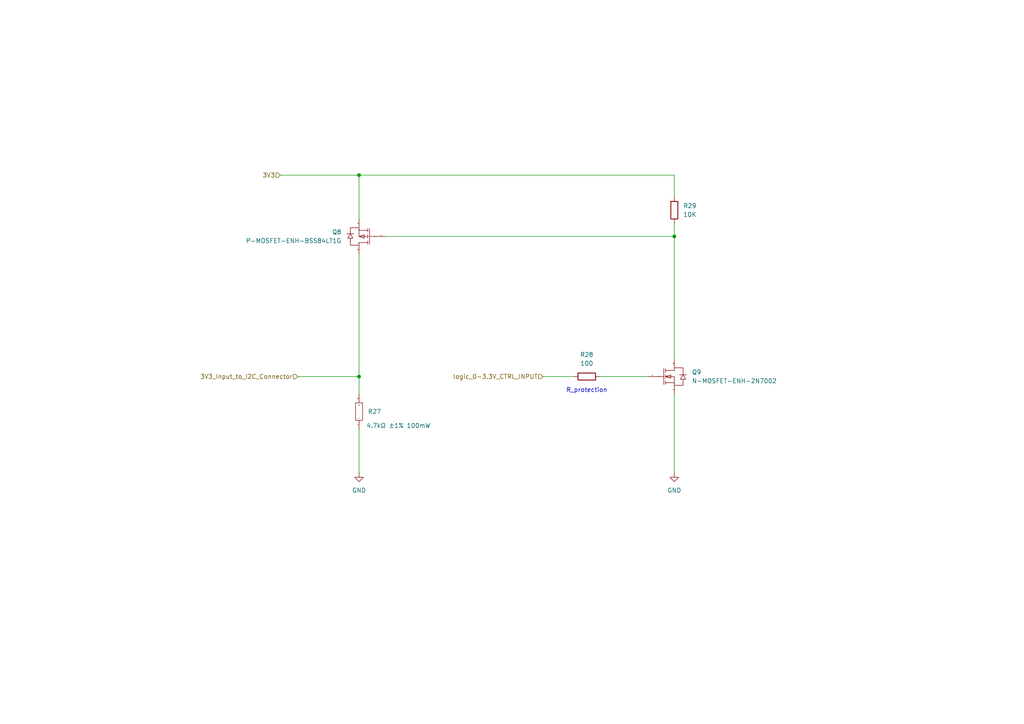
<source format=kicad_sch>
(kicad_sch (version 20250114) (generator "eeschema") (generator_version "9.0")
  (paper "A4")
  (lib_symbols
    (symbol "Device:R" (pin_numbers (hide yes)) (pin_names (offset 0))
      (property "Reference" "R" (at 2.032 0 90))
      (property "Value" "R" (at 0 0 90))
      (symbol "R_0_1"
        (rectangle (start -1.016 -2.54) (end 1.016 2.54) (stroke (width 0.254)))
      )
      (symbol "R_1_1"
        (pin passive line (at 0 3.81 270) (length 1.27) (name "~") (number "1"))
        (pin passive line (at 0 -3.81 90) (length 1.27) (name "~") (number "2"))
      )
    )
    (symbol "GND_1" (power) (pin_numbers (hide yes)) (pin_names (offset 0) (hide yes))
      (property "Value" "GND" (at 0 -3.81 0))
      (symbol "GND_1_0_1"
        (polyline (pts (xy 0 0) (xy 0 -1.27) (xy 1.27 -1.27) (xy 0 -2.54) (xy -1.27 -1.27) (xy 0 -1.27)))
      )
      (symbol "GND_1_1_1"
        (pin power_in line (at 0 0 270) (length 0) (name "~") (number "1"))
      )
    )
    (symbol "My_Personal_Symbols_Library:0603WAF4701T5E"
      (property "Reference" "R" (at 0 0 0))
      (symbol "0603WAF4701T5E_1_0"
        (rectangle (start -2.54 1.016) (end 2.54 -1.016))
        (pin passive line (at -5.08 0 0) (length 2.54) (name "1") (number "1"))
        (pin passive line (at 5.08 0 180) (length 2.54) (name "2") (number "2"))
      )
    )
    (symbol "My_Personal_Symbols_Library:2N7002"
      (property "Reference" "Q" (at -2.286 4.826 0))
      (symbol "2N7002_1_0"
        (polyline (pts (xy -2.54 0) (xy -0.508 0)))
        (polyline (pts (xy -0.508 2.286) (xy -0.508 -2.286)))
        (polyline (pts (xy 0 2.286) (xy 0 1.27)))
        (polyline (pts (xy 0 1.778) (xy 2.54 1.778) (xy 2.54 1.778) (xy 2.54 2.54) (xy 2.54 2.54) (xy 5.08 2.54) (xy 5.08 2.54) (xy 5.08 0.508)))
        (polyline (pts (xy 0 0) (xy 1.524 -0.508) (xy 1.524 -0.508) (xy 1.524 0.508) (xy 1.524 0.508) (xy 0 0)))
        (polyline (pts (xy 0 0) (xy 2.54 0) (xy 2.54 0) (xy 2.54 -2.54) (xy 2.54 -2.54) (xy 5.08 -2.54) (xy 5.08 -2.54) (xy 5.08 -0.762)))
        (polyline (pts (xy 0 -0.508) (xy 0 0.508)))
        (polyline (pts (xy 0 -2.286) (xy 0 -1.27)))
        (polyline (pts (xy 2.54 -1.778) (xy 0 -1.778)))
        (polyline (pts (xy 5.08 0.508) (xy 4.318 -0.762) (xy 4.318 -0.762) (xy 5.842 -0.762) (xy 5.842 -0.762) (xy 5.08 0.508)))
        (polyline (pts (xy 6.096 0.508) (xy 5.588 0.508) (xy 5.588 0.508) (xy 4.572 0.508) (xy 4.572 0.508) (xy 4.064 0.508)))
        (pin input line (at -5.08 0 0) (length 2.54) (name "G") (number "1"))
        (pin input line (at 2.54 5.08 270) (length 2.54) (name "D") (number "3"))
        (pin input line (at 2.54 -5.08 90) (length 2.54) (name "S") (number "2"))
      )
    )
    (symbol "My_Personal_Symbols_Library:BSS84LT1G"
      (property "Reference" "Q" (at -1.778 4.064 0))
      (symbol "BSS84LT1G_1_0"
        (polyline (pts (xy -2.54 0) (xy -0.508 0)))
        (polyline (pts (xy -0.508 2.286) (xy -0.508 -2.286)))
        (polyline (pts (xy 0 2.286) (xy 0 1.27)))
        (polyline (pts (xy 0 1.778) (xy 2.54 1.778) (xy 2.54 1.778) (xy 2.54 2.54) (xy 2.54 2.54) (xy 5.08 2.54) (xy 5.08 2.54) (xy 5.08 0.508)))
        (polyline (pts (xy 0 0) (xy 2.54 0) (xy 2.54 0) (xy 2.54 -2.54) (xy 2.54 -2.54) (xy 5.08 -2.54) (xy 5.08 -2.54) (xy 5.08 -0.762)))
        (polyline (pts (xy 0 -0.508) (xy 0 0.508)))
        (polyline (pts (xy 0 -2.286) (xy 0 -1.27)))
        (polyline (pts (xy 2.54 0) (xy 1.016 0.508) (xy 1.016 0.508) (xy 1.016 -0.508) (xy 1.016 -0.508) (xy 2.54 0)))
        (polyline (pts (xy 2.54 -1.778) (xy 0 -1.778)))
        (polyline (pts (xy 4.064 -0.762) (xy 4.572 -0.762) (xy 4.572 -0.762) (xy 5.588 -0.762) (xy 5.588 -0.762) (xy 6.096 -0.762)))
        (polyline (pts (xy 5.08 -0.762) (xy 5.842 0.508) (xy 5.842 0.508) (xy 4.318 0.508) (xy 4.318 0.508) (xy 5.08 -0.762)))
        (pin passive line (at -5.08 0 0) (length 2.54) (name "G") (number "1"))
        (pin passive line (at 2.54 5.08 270) (length 2.54) (name "D") (number "3"))
        (pin passive line (at 2.54 -5.08 90) (length 2.54) (name "S") (number "2"))
      )
    )
  )
  (text "R_protection" (at 170.18 113.284 0) (effects (font (size 1.27 1.27))))
  (junction (at 104.14 50.8))
  (junction (at 104.14 109.22))
  (junction (at 195.58 68.58))
  (wire (pts (xy 104.14 109.22) (xy 104.14 114.3)))
  (wire (pts (xy 173.99 109.22) (xy 187.96 109.22)))
  (wire (pts (xy 104.14 124.46) (xy 104.14 137.16)))
  (wire (pts (xy 104.14 50.8) (xy 104.14 63.5)))
  (wire (pts (xy 104.14 50.8) (xy 195.58 50.8)))
  (wire (pts (xy 86.36 109.22) (xy 104.14 109.22)))
  (wire (pts (xy 195.58 68.58) (xy 195.58 64.77)))
  (wire (pts (xy 195.58 114.3) (xy 195.58 137.16)))
  (wire (pts (xy 157.48 109.22) (xy 166.37 109.22)))
  (wire (pts (xy 81.28 50.8) (xy 104.14 50.8)))
  (wire (pts (xy 195.58 50.8) (xy 195.58 57.15)))
  (wire (pts (xy 104.14 73.66) (xy 104.14 109.22)))
  (wire (pts (xy 195.58 68.58) (xy 195.58 104.14)))
  (wire (pts (xy 111.76 68.58) (xy 195.58 68.58)))
  (hierarchical_label "3V3_Input_to_I2C_Connector" (shape input) (at 86.36 109.22 180))
  (hierarchical_label "3V3" (shape input) (at 81.28 50.8 180))
  (hierarchical_label "logic_0-3.3V_CTRL_INPUT" (shape input) (at 157.48 109.22 180))
  (symbol (lib_name "GND_1") (lib_id "power:GND") (at 195.58 137.16 0) (unit 1)
    (property "Reference" "#PWR065" (effects (hide yes)))
    (property "Value" "GND" (at 195.58 142.24 0))
    (property "Description" "Power symbol creates a global label with name \"GND\" , ground" (effects (hide yes)))
  )
  (symbol (lib_id "My_Personal_Symbols_Library:0603WAF4701T5E") (at 104.14 119.38 90) (unit 1)
    (property "Reference" "R27" (at 106.68 119.3799 90) (effects (justify right)))
    (property "Value" "4.7kΩ ±1% 100mW" (at 115.57 123.444 90))
    (property "Footprint" "Soleidon_foot:R0603" (effects (hide yes)))
    (property "Datasheet" "https://atta.szlcsc.com/upload/public/pdf/source/20200306/C422600_1E6D84923E4A46A82E41ADD87F860B5C.pdf" (effects (hide yes)))
    (property "Description" "Type:Thick Film Resistors Resistance:4.7kΩ Tolerance:±1% Tolerance:±1% Power(Watts): Overload Voltage (Max): Temperature Coefficient:±100ppm/°C Temperature Coefficient:±100ppm/°C Operating Temperature Range:-55°C~+155°C Operating Temperature Range:-55°C~+155°C" (effects (hide yes)))
    (property "Manufacturer Part" "0603WAF4701T5E" (effects (hide yes)))
    (property "Manufacturer" "UNI-ROYAL(厚声)" (effects (hide yes)))
    (property "Supplier Part" "C23162" (effects (hide yes)))
    (property "Supplier" "LCSC" (effects (hide yes)))
    (property "LCSC Part Name" "4.7kΩ ±1% 100mW" (effects (hide yes)))
  )
  (symbol (lib_id "Device:R") (at 195.58 60.96 180) (unit 1)
    (property "Reference" "R29" (at 198.12 59.6899 0) (effects (justify right)))
    (property "Value" "10K" (at 198.12 62.2299 0) (effects (justify right)))
    (property "Footprint" "Resistor_SMD:R_0805_2012Metric_Pad1.20x1.40mm_HandSolder" (effects (hide yes)))
    (property "REF" "C17414" (effects (hide yes)))
  )
  (symbol (lib_name "GND_1") (lib_id "power:GND") (at 104.14 137.16 0) (unit 1)
    (property "Reference" "#PWR064" (effects (hide yes)))
    (property "Value" "GND" (at 104.14 142.24 0))
    (property "Description" "Power symbol creates a global label with name \"GND\" , ground" (effects (hide yes)))
  )
  (symbol (lib_id "Device:R") (at 170.18 109.22 270) (unit 1)
    (property "Reference" "R28" (at 170.18 102.87 90))
    (property "Value" "100" (at 170.18 105.41 90))
    (property "Footprint" "Resistor_SMD:R_0805_2012Metric_Pad1.20x1.40mm_HandSolder" (effects (hide yes)))
    (property "REF" "C17408" (effects (hide yes)))
  )
  (symbol (lib_id "My_Personal_Symbols_Library:2N7002") (at 193.04 109.22 0) (unit 1)
    (property "Reference" "Q9" (at 200.66 107.9499 0) (effects (justify left)))
    (property "Value" "N-MOSFET-ENH-2N7002" (at 200.66 110.4899 0) (effects (justify left)))
    (property "Footprint" "Soleidon_foot:SOT-23-3_L2.9-W1.3-P1.90-LS2.4-BR_2N7002" (effects (hide yes)))
    (property "Datasheet" "https://atta.szlcsc.com/upload/public/pdf/source/20171228/C164913_15144413269051213916.pdf" (effects (hide yes)))
    (property "Description" "Type:1 N-Channel Drain Source Voltage (Vdss): Continuous Drain Current (Id): Drain Source On Resistance (RDS(on)@Vgs,Id):5Ω@10V Power Dissipation (Pd):225mW Gate Threshold Voltage (Vgs(th)@Id):2.5V@250uA Input Capacitance (Ciss@Vds):50pF Reverse Transfer" (effects (hide yes)))
    (property "Manufacturer Part" "2N7002" (effects (hide yes)))
    (property "Manufacturer" "CJ(江苏长电/长晶)" (effects (hide yes)))
    (property "Supplier Part" "C8545" (effects (hide yes)))
    (property "Supplier" "LCSC" (effects (hide yes)))
    (property "LCSC Part Name" "1个N沟道 耐压:60V 电流:115mA" (effects (hide yes)))
  )
  (symbol (lib_id "My_Personal_Symbols_Library:BSS84LT1G") (at 106.68 68.58 180) (unit 1)
    (property "Reference" "Q8" (at 99.06 67.3099 0) (effects (justify left)))
    (property "Value" "P-MOSFET-ENH-BSS84LT1G" (at 99.06 69.8499 0) (effects (justify left)))
    (property "Footprint" "Soleidon_foot:BSS84_SOT-23-3_L2.9-W1.6-P1.90-LS2.8-BR" (effects (hide yes)))
    (property "Datasheet" "https://atta.szlcsc.com/upload/public/pdf/source/20160910/1473490307635.PDF" (effects (hide yes)))
    (property "Description" "Type:1个PChannel Drain Source Voltage (Vdss): Continuous Drain Current (Id): Power Dissipation (Pd): Drain Source On Resistance (RDS(on)@Vgs,Id):10Ω@5V,100mA Gate Threshold Voltage (Vgs(th)@Id):2V@250uA Input Capacitance (Ciss@Vds):30pF@5V Operating Temper" (effects (hide yes)))
    (property "Manufacturer Part" "BSS84LT1G" (effects (hide yes)))
    (property "Manufacturer" "onsemi(安森美)" (effects (hide yes)))
    (property "Supplier Part" "C82079" (effects (hide yes)))
    (property "Supplier" "LCSC" (effects (hide yes)))
    (property "LCSC Part Name" "1个P沟道 耐压:50V 电流:130mA" (effects (hide yes)))
  )
)
</source>
